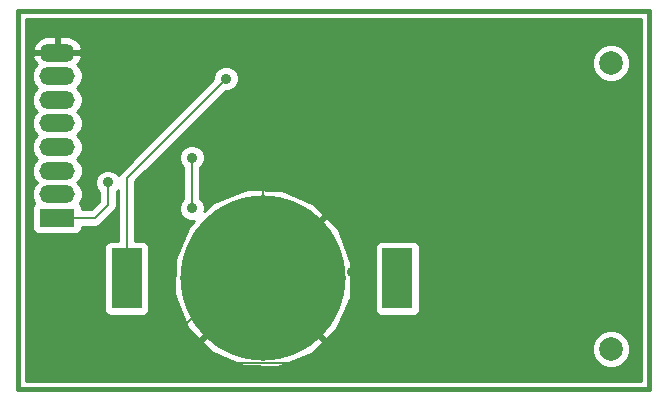
<source format=gbl>
G04 (created by PCBNEW-RS274X (2010-05-05 BZR 2356)-stable) date 3/07/2011 4:58:34 p.m.*
G01*
G70*
G90*
%MOIN*%
G04 Gerber Fmt 3.4, Leading zero omitted, Abs format*
%FSLAX34Y34*%
G04 APERTURE LIST*
%ADD10C,0.006000*%
%ADD11C,0.015000*%
%ADD12R,0.100000X0.200800*%
%ADD13C,0.551200*%
%ADD14O,0.118100X0.059100*%
%ADD15R,0.118100X0.059100*%
%ADD16C,0.078700*%
%ADD17C,0.035000*%
%ADD18C,0.008000*%
%ADD19C,0.010000*%
G04 APERTURE END LIST*
G54D10*
G54D11*
X43307Y-33111D02*
X43307Y-20552D01*
X22283Y-33150D02*
X43307Y-33150D01*
X22283Y-20551D02*
X22283Y-33150D01*
X43307Y-20551D02*
X22283Y-20551D01*
G54D12*
X25905Y-29449D03*
X34921Y-29449D03*
G54D13*
X30433Y-29449D03*
G54D14*
X23583Y-25865D03*
X23583Y-26652D03*
G54D15*
X23583Y-27440D03*
G54D14*
X23583Y-25078D03*
X23583Y-24290D03*
X23583Y-23503D03*
X23583Y-22716D03*
X23583Y-21929D03*
G54D16*
X42048Y-31807D03*
X42048Y-22279D03*
G54D17*
X28071Y-25433D03*
X28071Y-27126D03*
X25276Y-26260D03*
X33780Y-21024D03*
X35433Y-21024D03*
X26575Y-32283D03*
X25000Y-32283D03*
X23543Y-32283D03*
X23543Y-29449D03*
X23543Y-30906D03*
X25984Y-21024D03*
X26693Y-21024D03*
X39449Y-21417D03*
X42008Y-24803D03*
X42008Y-26811D03*
X42008Y-28976D03*
X39685Y-32283D03*
X35276Y-32283D03*
X33661Y-32283D03*
X28346Y-21929D03*
X33346Y-26654D03*
X33425Y-29252D03*
X29212Y-22795D03*
G54D18*
X28071Y-25433D02*
X28071Y-27126D01*
X23583Y-27440D02*
X24843Y-27440D01*
X25276Y-27007D02*
X25276Y-26260D01*
X24843Y-27440D02*
X25276Y-27007D01*
X23543Y-32283D02*
X23543Y-30906D01*
X25000Y-32283D02*
X23543Y-32283D01*
X26575Y-32283D02*
X33661Y-32283D01*
X26693Y-21024D02*
X25984Y-21024D01*
X39449Y-22244D02*
X39449Y-21417D01*
X42008Y-24803D02*
X39449Y-22244D01*
X42008Y-28976D02*
X42008Y-26811D01*
X35276Y-32283D02*
X39685Y-32283D01*
X30433Y-29449D02*
X29409Y-29449D01*
X29409Y-29449D02*
X26575Y-32283D01*
X23583Y-21929D02*
X28346Y-21929D01*
X28346Y-21929D02*
X30000Y-21929D01*
X30433Y-22362D02*
X30433Y-29449D01*
X30000Y-21929D02*
X30433Y-22362D01*
X28898Y-27914D02*
X30433Y-29449D01*
X33425Y-29252D02*
X33425Y-26733D01*
X33425Y-26733D02*
X33346Y-26654D01*
X25905Y-26102D02*
X29212Y-22795D01*
X25905Y-29449D02*
X25905Y-26102D01*
G54D19*
X22558Y-20826D02*
X43032Y-20826D01*
X22558Y-20906D02*
X43032Y-20906D01*
X22558Y-20986D02*
X43032Y-20986D01*
X22558Y-21066D02*
X43032Y-21066D01*
X22558Y-21146D02*
X43032Y-21146D01*
X22558Y-21226D02*
X43032Y-21226D01*
X22558Y-21306D02*
X43032Y-21306D01*
X22558Y-21386D02*
X23186Y-21386D01*
X23533Y-21386D02*
X23633Y-21386D01*
X23981Y-21386D02*
X43032Y-21386D01*
X22558Y-21466D02*
X22987Y-21466D01*
X23533Y-21466D02*
X23633Y-21466D01*
X24180Y-21466D02*
X43032Y-21466D01*
X22558Y-21546D02*
X22904Y-21546D01*
X23533Y-21546D02*
X23633Y-21546D01*
X24263Y-21546D02*
X43032Y-21546D01*
X22558Y-21626D02*
X22829Y-21626D01*
X23533Y-21626D02*
X23633Y-21626D01*
X24338Y-21626D02*
X43032Y-21626D01*
X22558Y-21706D02*
X22797Y-21706D01*
X23533Y-21706D02*
X23633Y-21706D01*
X24370Y-21706D02*
X41753Y-21706D01*
X42344Y-21706D02*
X43032Y-21706D01*
X22558Y-21786D02*
X22764Y-21786D01*
X23533Y-21786D02*
X23633Y-21786D01*
X24403Y-21786D02*
X41633Y-21786D01*
X42464Y-21786D02*
X43032Y-21786D01*
X22558Y-21866D02*
X22800Y-21866D01*
X23533Y-21866D02*
X23633Y-21866D01*
X24365Y-21866D02*
X41553Y-21866D01*
X42544Y-21866D02*
X43032Y-21866D01*
X22558Y-21946D02*
X41491Y-21946D01*
X42606Y-21946D02*
X43032Y-21946D01*
X22558Y-22026D02*
X22782Y-22026D01*
X24385Y-22026D02*
X41458Y-22026D01*
X42639Y-22026D02*
X43032Y-22026D01*
X22558Y-22106D02*
X22777Y-22106D01*
X24388Y-22106D02*
X41424Y-22106D01*
X42672Y-22106D02*
X43032Y-22106D01*
X22558Y-22186D02*
X22810Y-22186D01*
X24355Y-22186D02*
X41405Y-22186D01*
X42691Y-22186D02*
X43032Y-22186D01*
X22558Y-22266D02*
X22855Y-22266D01*
X24309Y-22266D02*
X41405Y-22266D01*
X42691Y-22266D02*
X43032Y-22266D01*
X22558Y-22346D02*
X22885Y-22346D01*
X24281Y-22346D02*
X41405Y-22346D01*
X42691Y-22346D02*
X43032Y-22346D01*
X22558Y-22426D02*
X22814Y-22426D01*
X24354Y-22426D02*
X28992Y-22426D01*
X29432Y-22426D02*
X41413Y-22426D01*
X42683Y-22426D02*
X43032Y-22426D01*
X22558Y-22506D02*
X22781Y-22506D01*
X24387Y-22506D02*
X28900Y-22506D01*
X29524Y-22506D02*
X41446Y-22506D01*
X42649Y-22506D02*
X43032Y-22506D01*
X22558Y-22586D02*
X22747Y-22586D01*
X24420Y-22586D02*
X28839Y-22586D01*
X29586Y-22586D02*
X41479Y-22586D01*
X42616Y-22586D02*
X43032Y-22586D01*
X22558Y-22666D02*
X22737Y-22666D01*
X24429Y-22666D02*
X28806Y-22666D01*
X29619Y-22666D02*
X41526Y-22666D01*
X42569Y-22666D02*
X43032Y-22666D01*
X22558Y-22746D02*
X22737Y-22746D01*
X24429Y-22746D02*
X28787Y-22746D01*
X29637Y-22746D02*
X41606Y-22746D01*
X42489Y-22746D02*
X43032Y-22746D01*
X22558Y-22826D02*
X22738Y-22826D01*
X24427Y-22826D02*
X28771Y-22826D01*
X29637Y-22826D02*
X41690Y-22826D01*
X42406Y-22826D02*
X43032Y-22826D01*
X22558Y-22906D02*
X22771Y-22906D01*
X24394Y-22906D02*
X28691Y-22906D01*
X29626Y-22906D02*
X41880Y-22906D01*
X42213Y-22906D02*
X43032Y-22906D01*
X22558Y-22986D02*
X22804Y-22986D01*
X24360Y-22986D02*
X28611Y-22986D01*
X29592Y-22986D02*
X43032Y-22986D01*
X22558Y-23066D02*
X22865Y-23066D01*
X24299Y-23066D02*
X28531Y-23066D01*
X29542Y-23066D02*
X43032Y-23066D01*
X22558Y-23146D02*
X22873Y-23146D01*
X24294Y-23146D02*
X28451Y-23146D01*
X29462Y-23146D02*
X43032Y-23146D01*
X22558Y-23226D02*
X22809Y-23226D01*
X24359Y-23226D02*
X28371Y-23226D01*
X29191Y-23226D02*
X43032Y-23226D01*
X22558Y-23306D02*
X22775Y-23306D01*
X24392Y-23306D02*
X28291Y-23306D01*
X29111Y-23306D02*
X43032Y-23306D01*
X22558Y-23386D02*
X22742Y-23386D01*
X24425Y-23386D02*
X28211Y-23386D01*
X29031Y-23386D02*
X43032Y-23386D01*
X22558Y-23466D02*
X22737Y-23466D01*
X24429Y-23466D02*
X28131Y-23466D01*
X28951Y-23466D02*
X43032Y-23466D01*
X22558Y-23546D02*
X22737Y-23546D01*
X24429Y-23546D02*
X28051Y-23546D01*
X28871Y-23546D02*
X43032Y-23546D01*
X22558Y-23626D02*
X22743Y-23626D01*
X24422Y-23626D02*
X27971Y-23626D01*
X28791Y-23626D02*
X43032Y-23626D01*
X22558Y-23706D02*
X22776Y-23706D01*
X24388Y-23706D02*
X27891Y-23706D01*
X28711Y-23706D02*
X43032Y-23706D01*
X22558Y-23786D02*
X22809Y-23786D01*
X24355Y-23786D02*
X27811Y-23786D01*
X28631Y-23786D02*
X43032Y-23786D01*
X22558Y-23866D02*
X22878Y-23866D01*
X24286Y-23866D02*
X27731Y-23866D01*
X28551Y-23866D02*
X43032Y-23866D01*
X22558Y-23946D02*
X22860Y-23946D01*
X24307Y-23946D02*
X27651Y-23946D01*
X28471Y-23946D02*
X43032Y-23946D01*
X22558Y-24026D02*
X22803Y-24026D01*
X24365Y-24026D02*
X27571Y-24026D01*
X28391Y-24026D02*
X43032Y-24026D01*
X22558Y-24106D02*
X22770Y-24106D01*
X24397Y-24106D02*
X27491Y-24106D01*
X28311Y-24106D02*
X43032Y-24106D01*
X22558Y-24186D02*
X22737Y-24186D01*
X24429Y-24186D02*
X27411Y-24186D01*
X28231Y-24186D02*
X43032Y-24186D01*
X22558Y-24266D02*
X22737Y-24266D01*
X24429Y-24266D02*
X27331Y-24266D01*
X28151Y-24266D02*
X43032Y-24266D01*
X22558Y-24346D02*
X22737Y-24346D01*
X24429Y-24346D02*
X27251Y-24346D01*
X28071Y-24346D02*
X43032Y-24346D01*
X22558Y-24426D02*
X22749Y-24426D01*
X24416Y-24426D02*
X27171Y-24426D01*
X27991Y-24426D02*
X43032Y-24426D01*
X22558Y-24506D02*
X22782Y-24506D01*
X24383Y-24506D02*
X27091Y-24506D01*
X27911Y-24506D02*
X43032Y-24506D01*
X22558Y-24586D02*
X22815Y-24586D01*
X24349Y-24586D02*
X27011Y-24586D01*
X27831Y-24586D02*
X43032Y-24586D01*
X22558Y-24666D02*
X22891Y-24666D01*
X24274Y-24666D02*
X26931Y-24666D01*
X27751Y-24666D02*
X43032Y-24666D01*
X22558Y-24746D02*
X22848Y-24746D01*
X24319Y-24746D02*
X26851Y-24746D01*
X27671Y-24746D02*
X43032Y-24746D01*
X22558Y-24826D02*
X22798Y-24826D01*
X24369Y-24826D02*
X26771Y-24826D01*
X27591Y-24826D02*
X43032Y-24826D01*
X22558Y-24906D02*
X22765Y-24906D01*
X24402Y-24906D02*
X26691Y-24906D01*
X27511Y-24906D02*
X43032Y-24906D01*
X22558Y-24986D02*
X22737Y-24986D01*
X24429Y-24986D02*
X26611Y-24986D01*
X27431Y-24986D02*
X43032Y-24986D01*
X22558Y-25066D02*
X22737Y-25066D01*
X24429Y-25066D02*
X26531Y-25066D01*
X27351Y-25066D02*
X27846Y-25066D01*
X28296Y-25066D02*
X43032Y-25066D01*
X22558Y-25146D02*
X22737Y-25146D01*
X24429Y-25146D02*
X26451Y-25146D01*
X27271Y-25146D02*
X27757Y-25146D01*
X28385Y-25146D02*
X43032Y-25146D01*
X22558Y-25226D02*
X22754Y-25226D01*
X24411Y-25226D02*
X26371Y-25226D01*
X27191Y-25226D02*
X27697Y-25226D01*
X28446Y-25226D02*
X43032Y-25226D01*
X22558Y-25306D02*
X22787Y-25306D01*
X24378Y-25306D02*
X26291Y-25306D01*
X27111Y-25306D02*
X27664Y-25306D01*
X28479Y-25306D02*
X43032Y-25306D01*
X22558Y-25386D02*
X22823Y-25386D01*
X24341Y-25386D02*
X26211Y-25386D01*
X27031Y-25386D02*
X27646Y-25386D01*
X28496Y-25386D02*
X43032Y-25386D01*
X22558Y-25466D02*
X22903Y-25466D01*
X24261Y-25466D02*
X26131Y-25466D01*
X26951Y-25466D02*
X27646Y-25466D01*
X28496Y-25466D02*
X43032Y-25466D01*
X22558Y-25546D02*
X22835Y-25546D01*
X24332Y-25546D02*
X26051Y-25546D01*
X26871Y-25546D02*
X27657Y-25546D01*
X28484Y-25546D02*
X43032Y-25546D01*
X22558Y-25626D02*
X22793Y-25626D01*
X24375Y-25626D02*
X25971Y-25626D01*
X26791Y-25626D02*
X27690Y-25626D01*
X28451Y-25626D02*
X43032Y-25626D01*
X22558Y-25706D02*
X22759Y-25706D01*
X24408Y-25706D02*
X25891Y-25706D01*
X26711Y-25706D02*
X27743Y-25706D01*
X28399Y-25706D02*
X43032Y-25706D01*
X22558Y-25786D02*
X22737Y-25786D01*
X24429Y-25786D02*
X25811Y-25786D01*
X26631Y-25786D02*
X27781Y-25786D01*
X28361Y-25786D02*
X43032Y-25786D01*
X22558Y-25866D02*
X22737Y-25866D01*
X24429Y-25866D02*
X25117Y-25866D01*
X25436Y-25866D02*
X25731Y-25866D01*
X26551Y-25866D02*
X27781Y-25866D01*
X28361Y-25866D02*
X43032Y-25866D01*
X22558Y-25946D02*
X22737Y-25946D01*
X24429Y-25946D02*
X24989Y-25946D01*
X25563Y-25946D02*
X25668Y-25946D01*
X26471Y-25946D02*
X27781Y-25946D01*
X28361Y-25946D02*
X43032Y-25946D01*
X22558Y-26026D02*
X22759Y-26026D01*
X24406Y-26026D02*
X24914Y-26026D01*
X26391Y-26026D02*
X27781Y-26026D01*
X28361Y-26026D02*
X43032Y-26026D01*
X22558Y-26106D02*
X22792Y-26106D01*
X24372Y-26106D02*
X24880Y-26106D01*
X26311Y-26106D02*
X27781Y-26106D01*
X28361Y-26106D02*
X43032Y-26106D01*
X22558Y-26186D02*
X22836Y-26186D01*
X24328Y-26186D02*
X24851Y-26186D01*
X26231Y-26186D02*
X27781Y-26186D01*
X28361Y-26186D02*
X43032Y-26186D01*
X22558Y-26266D02*
X22902Y-26266D01*
X24265Y-26266D02*
X24851Y-26266D01*
X26195Y-26266D02*
X27781Y-26266D01*
X28361Y-26266D02*
X43032Y-26266D01*
X22558Y-26346D02*
X22822Y-26346D01*
X24345Y-26346D02*
X24851Y-26346D01*
X26195Y-26346D02*
X27781Y-26346D01*
X28361Y-26346D02*
X43032Y-26346D01*
X22558Y-26426D02*
X22787Y-26426D01*
X24380Y-26426D02*
X24884Y-26426D01*
X26195Y-26426D02*
X27781Y-26426D01*
X28361Y-26426D02*
X43032Y-26426D01*
X22558Y-26506D02*
X22754Y-26506D01*
X24413Y-26506D02*
X24921Y-26506D01*
X26195Y-26506D02*
X27781Y-26506D01*
X28361Y-26506D02*
X29871Y-26506D01*
X30652Y-26506D02*
X43032Y-26506D01*
X22558Y-26586D02*
X22737Y-26586D01*
X24429Y-26586D02*
X24986Y-26586D01*
X25566Y-26586D02*
X25615Y-26586D01*
X26195Y-26586D02*
X27781Y-26586D01*
X28361Y-26586D02*
X29664Y-26586D01*
X31245Y-26586D02*
X43032Y-26586D01*
X22558Y-26666D02*
X22737Y-26666D01*
X24429Y-26666D02*
X24986Y-26666D01*
X25566Y-26666D02*
X25615Y-26666D01*
X26195Y-26666D02*
X27781Y-26666D01*
X28361Y-26666D02*
X29458Y-26666D01*
X31427Y-26666D02*
X43032Y-26666D01*
X22558Y-26746D02*
X22737Y-26746D01*
X24429Y-26746D02*
X24986Y-26746D01*
X25566Y-26746D02*
X25615Y-26746D01*
X26195Y-26746D02*
X27781Y-26746D01*
X28361Y-26746D02*
X29252Y-26746D01*
X31608Y-26746D02*
X43032Y-26746D01*
X22558Y-26826D02*
X22764Y-26826D01*
X24400Y-26826D02*
X24986Y-26826D01*
X25566Y-26826D02*
X25615Y-26826D01*
X26195Y-26826D02*
X27770Y-26826D01*
X28372Y-26826D02*
X29046Y-26826D01*
X31790Y-26826D02*
X43032Y-26826D01*
X22558Y-26906D02*
X22797Y-26906D01*
X24367Y-26906D02*
X24967Y-26906D01*
X25566Y-26906D02*
X25615Y-26906D01*
X26195Y-26906D02*
X27703Y-26906D01*
X28441Y-26906D02*
X28840Y-26906D01*
X31971Y-26906D02*
X43032Y-26906D01*
X22558Y-26986D02*
X22800Y-26986D01*
X24366Y-26986D02*
X24887Y-26986D01*
X25566Y-26986D02*
X25615Y-26986D01*
X26195Y-26986D02*
X27669Y-26986D01*
X28474Y-26986D02*
X28712Y-26986D01*
X32153Y-26986D02*
X43032Y-26986D01*
X22558Y-27066D02*
X22757Y-27066D01*
X24410Y-27066D02*
X24807Y-27066D01*
X25554Y-27066D02*
X25615Y-27066D01*
X26195Y-27066D02*
X27646Y-27066D01*
X28496Y-27066D02*
X28636Y-27066D01*
X32231Y-27066D02*
X43032Y-27066D01*
X22558Y-27146D02*
X22744Y-27146D01*
X24422Y-27146D02*
X24727Y-27146D01*
X25525Y-27146D02*
X25615Y-27146D01*
X26195Y-27146D02*
X27646Y-27146D01*
X28496Y-27146D02*
X28561Y-27146D01*
X32306Y-27146D02*
X43032Y-27146D01*
X22558Y-27226D02*
X22744Y-27226D01*
X25467Y-27226D02*
X25615Y-27226D01*
X26195Y-27226D02*
X27652Y-27226D01*
X32380Y-27226D02*
X43032Y-27226D01*
X22558Y-27306D02*
X22744Y-27306D01*
X25387Y-27306D02*
X25615Y-27306D01*
X26195Y-27306D02*
X27685Y-27306D01*
X32454Y-27306D02*
X43032Y-27306D01*
X22558Y-27386D02*
X22744Y-27386D01*
X25307Y-27386D02*
X25615Y-27386D01*
X26195Y-27386D02*
X27730Y-27386D01*
X32425Y-27386D02*
X43032Y-27386D01*
X22558Y-27466D02*
X22744Y-27466D01*
X25227Y-27466D02*
X25615Y-27466D01*
X26195Y-27466D02*
X27810Y-27466D01*
X32345Y-27466D02*
X32487Y-27466D01*
X32617Y-27466D02*
X43032Y-27466D01*
X22558Y-27546D02*
X22744Y-27546D01*
X25147Y-27546D02*
X25615Y-27546D01*
X26195Y-27546D02*
X27974Y-27546D01*
X32265Y-27546D02*
X32407Y-27546D01*
X32703Y-27546D02*
X43032Y-27546D01*
X22558Y-27626D02*
X22744Y-27626D01*
X25067Y-27626D02*
X25615Y-27626D01*
X26195Y-27626D02*
X28077Y-27626D01*
X32185Y-27626D02*
X32327Y-27626D01*
X32789Y-27626D02*
X43032Y-27626D01*
X22558Y-27706D02*
X22744Y-27706D01*
X24956Y-27706D02*
X25615Y-27706D01*
X26195Y-27706D02*
X27991Y-27706D01*
X32105Y-27706D02*
X32247Y-27706D01*
X32875Y-27706D02*
X43032Y-27706D01*
X22558Y-27786D02*
X22744Y-27786D01*
X24421Y-27786D02*
X25615Y-27786D01*
X26195Y-27786D02*
X27946Y-27786D01*
X32025Y-27786D02*
X32167Y-27786D01*
X32935Y-27786D02*
X43032Y-27786D01*
X22558Y-27866D02*
X22777Y-27866D01*
X24388Y-27866D02*
X25615Y-27866D01*
X26195Y-27866D02*
X27910Y-27866D01*
X31945Y-27866D02*
X32087Y-27866D01*
X32981Y-27866D02*
X43032Y-27866D01*
X22558Y-27946D02*
X22852Y-27946D01*
X24314Y-27946D02*
X25615Y-27946D01*
X26195Y-27946D02*
X27875Y-27946D01*
X31865Y-27946D02*
X32007Y-27946D01*
X33012Y-27946D02*
X43032Y-27946D01*
X22558Y-28026D02*
X25615Y-28026D01*
X26195Y-28026D02*
X27840Y-28026D01*
X31785Y-28026D02*
X31927Y-28026D01*
X33043Y-28026D02*
X43032Y-28026D01*
X22558Y-28106D02*
X25615Y-28106D01*
X26195Y-28106D02*
X27805Y-28106D01*
X31705Y-28106D02*
X31847Y-28106D01*
X33074Y-28106D02*
X43032Y-28106D01*
X22558Y-28186D02*
X25615Y-28186D01*
X26195Y-28186D02*
X27769Y-28186D01*
X31625Y-28186D02*
X31767Y-28186D01*
X33105Y-28186D02*
X43032Y-28186D01*
X22558Y-28266D02*
X25232Y-28266D01*
X26578Y-28266D02*
X27734Y-28266D01*
X31545Y-28266D02*
X31687Y-28266D01*
X33136Y-28266D02*
X34248Y-28266D01*
X35594Y-28266D02*
X43032Y-28266D01*
X22558Y-28346D02*
X25177Y-28346D01*
X26634Y-28346D02*
X27699Y-28346D01*
X31465Y-28346D02*
X31607Y-28346D01*
X33167Y-28346D02*
X34193Y-28346D01*
X35650Y-28346D02*
X43032Y-28346D01*
X22558Y-28426D02*
X25156Y-28426D01*
X26654Y-28426D02*
X27664Y-28426D01*
X31385Y-28426D02*
X31527Y-28426D01*
X33198Y-28426D02*
X34172Y-28426D01*
X35670Y-28426D02*
X43032Y-28426D01*
X22558Y-28506D02*
X25156Y-28506D01*
X26654Y-28506D02*
X27628Y-28506D01*
X31305Y-28506D02*
X31447Y-28506D01*
X33229Y-28506D02*
X34172Y-28506D01*
X35670Y-28506D02*
X43032Y-28506D01*
X22558Y-28586D02*
X25156Y-28586D01*
X26654Y-28586D02*
X27593Y-28586D01*
X31225Y-28586D02*
X31367Y-28586D01*
X33260Y-28586D02*
X34172Y-28586D01*
X35670Y-28586D02*
X43032Y-28586D01*
X22558Y-28666D02*
X25156Y-28666D01*
X26654Y-28666D02*
X27558Y-28666D01*
X31145Y-28666D02*
X31287Y-28666D01*
X33291Y-28666D02*
X34172Y-28666D01*
X35670Y-28666D02*
X43032Y-28666D01*
X22558Y-28746D02*
X25156Y-28746D01*
X26654Y-28746D02*
X27523Y-28746D01*
X31065Y-28746D02*
X31207Y-28746D01*
X33322Y-28746D02*
X34172Y-28746D01*
X35670Y-28746D02*
X43032Y-28746D01*
X22558Y-28826D02*
X25156Y-28826D01*
X26654Y-28826D02*
X27500Y-28826D01*
X30985Y-28826D02*
X31127Y-28826D01*
X33353Y-28826D02*
X34172Y-28826D01*
X35670Y-28826D02*
X43032Y-28826D01*
X22558Y-28906D02*
X25156Y-28906D01*
X26654Y-28906D02*
X27498Y-28906D01*
X30905Y-28906D02*
X31047Y-28906D01*
X33384Y-28906D02*
X34172Y-28906D01*
X35670Y-28906D02*
X43032Y-28906D01*
X22558Y-28986D02*
X25156Y-28986D01*
X26654Y-28986D02*
X27496Y-28986D01*
X30825Y-28986D02*
X30967Y-28986D01*
X33391Y-28986D02*
X34172Y-28986D01*
X35670Y-28986D02*
X43032Y-28986D01*
X22558Y-29066D02*
X25156Y-29066D01*
X26654Y-29066D02*
X27494Y-29066D01*
X30745Y-29066D02*
X30887Y-29066D01*
X33389Y-29066D02*
X34172Y-29066D01*
X35670Y-29066D02*
X43032Y-29066D01*
X22558Y-29146D02*
X25156Y-29146D01*
X26654Y-29146D02*
X27492Y-29146D01*
X30665Y-29146D02*
X30807Y-29146D01*
X33388Y-29146D02*
X34172Y-29146D01*
X35670Y-29146D02*
X43032Y-29146D01*
X22558Y-29226D02*
X25156Y-29226D01*
X26654Y-29226D02*
X27491Y-29226D01*
X30585Y-29226D02*
X30727Y-29226D01*
X33386Y-29226D02*
X34172Y-29226D01*
X35670Y-29226D02*
X43032Y-29226D01*
X22558Y-29306D02*
X25156Y-29306D01*
X26654Y-29306D02*
X27489Y-29306D01*
X30505Y-29306D02*
X30647Y-29306D01*
X33384Y-29306D02*
X34172Y-29306D01*
X35670Y-29306D02*
X43032Y-29306D01*
X22558Y-29386D02*
X25156Y-29386D01*
X26654Y-29386D02*
X27487Y-29386D01*
X30425Y-29386D02*
X30567Y-29386D01*
X33382Y-29386D02*
X34172Y-29386D01*
X35670Y-29386D02*
X43032Y-29386D01*
X22558Y-29466D02*
X25156Y-29466D01*
X26654Y-29466D02*
X27485Y-29466D01*
X30345Y-29466D02*
X30520Y-29466D01*
X33380Y-29466D02*
X34172Y-29466D01*
X35670Y-29466D02*
X43032Y-29466D01*
X22558Y-29546D02*
X25156Y-29546D01*
X26654Y-29546D02*
X27483Y-29546D01*
X30265Y-29546D02*
X30407Y-29546D01*
X30460Y-29546D02*
X30600Y-29546D01*
X33378Y-29546D02*
X34172Y-29546D01*
X35670Y-29546D02*
X43032Y-29546D01*
X22558Y-29626D02*
X25156Y-29626D01*
X26654Y-29626D02*
X27481Y-29626D01*
X30185Y-29626D02*
X30327Y-29626D01*
X30540Y-29626D02*
X30680Y-29626D01*
X33376Y-29626D02*
X34172Y-29626D01*
X35670Y-29626D02*
X43032Y-29626D01*
X22558Y-29706D02*
X25156Y-29706D01*
X26654Y-29706D02*
X27480Y-29706D01*
X30105Y-29706D02*
X30247Y-29706D01*
X30620Y-29706D02*
X30760Y-29706D01*
X33375Y-29706D02*
X34172Y-29706D01*
X35670Y-29706D02*
X43032Y-29706D01*
X22558Y-29786D02*
X25156Y-29786D01*
X26654Y-29786D02*
X27478Y-29786D01*
X30025Y-29786D02*
X30167Y-29786D01*
X30700Y-29786D02*
X30840Y-29786D01*
X33373Y-29786D02*
X34172Y-29786D01*
X35670Y-29786D02*
X43032Y-29786D01*
X22558Y-29866D02*
X25156Y-29866D01*
X26654Y-29866D02*
X27476Y-29866D01*
X29945Y-29866D02*
X30087Y-29866D01*
X30780Y-29866D02*
X30920Y-29866D01*
X33371Y-29866D02*
X34172Y-29866D01*
X35670Y-29866D02*
X43032Y-29866D01*
X22558Y-29946D02*
X25156Y-29946D01*
X26654Y-29946D02*
X27474Y-29946D01*
X29865Y-29946D02*
X30007Y-29946D01*
X30860Y-29946D02*
X31000Y-29946D01*
X33369Y-29946D02*
X34172Y-29946D01*
X35670Y-29946D02*
X43032Y-29946D01*
X22558Y-30026D02*
X25156Y-30026D01*
X26654Y-30026D02*
X27495Y-30026D01*
X29785Y-30026D02*
X29927Y-30026D01*
X30940Y-30026D02*
X31080Y-30026D01*
X33367Y-30026D02*
X34172Y-30026D01*
X35670Y-30026D02*
X43032Y-30026D01*
X22558Y-30106D02*
X25156Y-30106D01*
X26654Y-30106D02*
X27526Y-30106D01*
X29705Y-30106D02*
X29847Y-30106D01*
X31020Y-30106D02*
X31160Y-30106D01*
X33364Y-30106D02*
X34172Y-30106D01*
X35670Y-30106D02*
X43032Y-30106D01*
X22558Y-30186D02*
X25156Y-30186D01*
X26654Y-30186D02*
X27557Y-30186D01*
X29625Y-30186D02*
X29767Y-30186D01*
X31100Y-30186D02*
X31240Y-30186D01*
X33328Y-30186D02*
X34172Y-30186D01*
X35670Y-30186D02*
X43032Y-30186D01*
X22558Y-30266D02*
X25156Y-30266D01*
X26654Y-30266D02*
X27588Y-30266D01*
X29545Y-30266D02*
X29687Y-30266D01*
X31180Y-30266D02*
X31320Y-30266D01*
X33293Y-30266D02*
X34172Y-30266D01*
X35670Y-30266D02*
X43032Y-30266D01*
X22558Y-30346D02*
X25156Y-30346D01*
X26654Y-30346D02*
X27619Y-30346D01*
X29465Y-30346D02*
X29607Y-30346D01*
X31260Y-30346D02*
X31400Y-30346D01*
X33258Y-30346D02*
X34172Y-30346D01*
X35670Y-30346D02*
X43032Y-30346D01*
X22558Y-30426D02*
X25156Y-30426D01*
X26654Y-30426D02*
X27650Y-30426D01*
X29385Y-30426D02*
X29527Y-30426D01*
X31340Y-30426D02*
X31480Y-30426D01*
X33223Y-30426D02*
X34172Y-30426D01*
X35670Y-30426D02*
X43032Y-30426D01*
X22558Y-30506D02*
X25157Y-30506D01*
X26652Y-30506D02*
X27681Y-30506D01*
X29305Y-30506D02*
X29447Y-30506D01*
X31420Y-30506D02*
X31560Y-30506D01*
X33187Y-30506D02*
X34173Y-30506D01*
X35668Y-30506D02*
X43032Y-30506D01*
X22558Y-30586D02*
X25190Y-30586D01*
X26619Y-30586D02*
X27712Y-30586D01*
X29225Y-30586D02*
X29367Y-30586D01*
X31500Y-30586D02*
X31640Y-30586D01*
X33152Y-30586D02*
X34206Y-30586D01*
X35635Y-30586D02*
X43032Y-30586D01*
X22558Y-30666D02*
X25268Y-30666D01*
X26541Y-30666D02*
X27743Y-30666D01*
X29145Y-30666D02*
X29287Y-30666D01*
X31580Y-30666D02*
X31720Y-30666D01*
X33117Y-30666D02*
X34284Y-30666D01*
X35557Y-30666D02*
X43032Y-30666D01*
X22558Y-30746D02*
X27774Y-30746D01*
X29065Y-30746D02*
X29207Y-30746D01*
X31660Y-30746D02*
X31800Y-30746D01*
X33082Y-30746D02*
X43032Y-30746D01*
X22558Y-30826D02*
X27805Y-30826D01*
X28985Y-30826D02*
X29127Y-30826D01*
X31740Y-30826D02*
X31880Y-30826D01*
X33046Y-30826D02*
X43032Y-30826D01*
X22558Y-30906D02*
X27836Y-30906D01*
X28905Y-30906D02*
X29047Y-30906D01*
X31820Y-30906D02*
X31960Y-30906D01*
X33011Y-30906D02*
X43032Y-30906D01*
X22558Y-30986D02*
X27867Y-30986D01*
X28825Y-30986D02*
X28967Y-30986D01*
X31900Y-30986D02*
X32040Y-30986D01*
X32976Y-30986D02*
X43032Y-30986D01*
X22558Y-31066D02*
X27900Y-31066D01*
X28745Y-31066D02*
X28887Y-31066D01*
X31980Y-31066D02*
X32120Y-31066D01*
X32941Y-31066D02*
X43032Y-31066D01*
X22558Y-31146D02*
X27953Y-31146D01*
X28665Y-31146D02*
X28807Y-31146D01*
X32060Y-31146D02*
X32200Y-31146D01*
X32905Y-31146D02*
X43032Y-31146D01*
X22558Y-31226D02*
X28027Y-31226D01*
X28585Y-31226D02*
X28727Y-31226D01*
X32140Y-31226D02*
X32280Y-31226D01*
X32838Y-31226D02*
X41771Y-31226D01*
X42325Y-31226D02*
X43032Y-31226D01*
X22558Y-31306D02*
X28113Y-31306D01*
X28505Y-31306D02*
X28647Y-31306D01*
X32220Y-31306D02*
X32360Y-31306D01*
X32752Y-31306D02*
X41641Y-31306D01*
X42456Y-31306D02*
X43032Y-31306D01*
X22558Y-31386D02*
X28199Y-31386D01*
X28425Y-31386D02*
X28567Y-31386D01*
X32300Y-31386D02*
X32440Y-31386D01*
X32666Y-31386D02*
X41561Y-31386D01*
X42536Y-31386D02*
X43032Y-31386D01*
X22558Y-31466D02*
X28285Y-31466D01*
X28345Y-31466D02*
X28487Y-31466D01*
X32380Y-31466D02*
X32520Y-31466D01*
X32580Y-31466D02*
X41494Y-31466D01*
X42603Y-31466D02*
X43032Y-31466D01*
X22558Y-31546D02*
X28407Y-31546D01*
X32460Y-31546D02*
X41461Y-31546D01*
X42636Y-31546D02*
X43032Y-31546D01*
X22558Y-31626D02*
X28443Y-31626D01*
X32422Y-31626D02*
X41427Y-31626D01*
X42669Y-31626D02*
X43032Y-31626D01*
X22558Y-31706D02*
X28518Y-31706D01*
X32347Y-31706D02*
X41405Y-31706D01*
X42691Y-31706D02*
X43032Y-31706D01*
X22558Y-31786D02*
X28592Y-31786D01*
X32273Y-31786D02*
X41405Y-31786D01*
X42691Y-31786D02*
X43032Y-31786D01*
X22558Y-31866D02*
X28667Y-31866D01*
X32199Y-31866D02*
X41405Y-31866D01*
X42691Y-31866D02*
X43032Y-31866D01*
X22558Y-31946D02*
X28790Y-31946D01*
X32103Y-31946D02*
X41409Y-31946D01*
X42686Y-31946D02*
X43032Y-31946D01*
X22558Y-32026D02*
X28972Y-32026D01*
X31939Y-32026D02*
X41443Y-32026D01*
X42653Y-32026D02*
X43032Y-32026D01*
X22558Y-32106D02*
X29153Y-32106D01*
X31733Y-32106D02*
X41476Y-32106D01*
X42619Y-32106D02*
X43032Y-32106D01*
X22558Y-32186D02*
X29335Y-32186D01*
X31526Y-32186D02*
X41518Y-32186D01*
X42577Y-32186D02*
X43032Y-32186D01*
X22558Y-32266D02*
X29516Y-32266D01*
X31320Y-32266D02*
X41598Y-32266D01*
X42497Y-32266D02*
X43032Y-32266D01*
X22558Y-32346D02*
X29698Y-32346D01*
X31114Y-32346D02*
X41678Y-32346D01*
X42417Y-32346D02*
X43032Y-32346D01*
X22558Y-32426D02*
X41861Y-32426D01*
X42232Y-32426D02*
X43032Y-32426D01*
X22558Y-32506D02*
X43032Y-32506D01*
X22558Y-32586D02*
X43032Y-32586D01*
X22558Y-32666D02*
X43032Y-32666D01*
X22558Y-32746D02*
X43032Y-32746D01*
X22558Y-32826D02*
X43032Y-32826D01*
X43032Y-32875D02*
X43032Y-20826D01*
X22558Y-20826D01*
X22558Y-32875D01*
X25355Y-32875D01*
X25355Y-30702D01*
X25264Y-30664D01*
X25194Y-30594D01*
X25156Y-30502D01*
X25156Y-28395D01*
X25194Y-28304D01*
X25264Y-28234D01*
X25356Y-28196D01*
X25615Y-28196D01*
X25615Y-26522D01*
X25566Y-26571D01*
X25566Y-27007D01*
X25544Y-27118D01*
X25481Y-27212D01*
X25048Y-27645D01*
X24954Y-27708D01*
X24843Y-27730D01*
X24422Y-27730D01*
X24422Y-27785D01*
X24384Y-27876D01*
X24314Y-27946D01*
X24222Y-27984D01*
X22943Y-27984D01*
X22852Y-27946D01*
X22782Y-27876D01*
X22744Y-27784D01*
X22744Y-27095D01*
X22782Y-27004D01*
X22824Y-26961D01*
X22818Y-26955D01*
X22737Y-26758D01*
X22737Y-26545D01*
X22819Y-26349D01*
X22909Y-26258D01*
X22818Y-26168D01*
X22737Y-25971D01*
X22737Y-25758D01*
X22819Y-25562D01*
X22909Y-25471D01*
X22818Y-25381D01*
X22737Y-25184D01*
X22737Y-24971D01*
X22819Y-24775D01*
X22909Y-24683D01*
X22818Y-24593D01*
X22737Y-24396D01*
X22737Y-24183D01*
X22819Y-23987D01*
X22909Y-23896D01*
X22818Y-23806D01*
X22737Y-23609D01*
X22737Y-23396D01*
X22819Y-23200D01*
X22909Y-23109D01*
X22818Y-23019D01*
X22737Y-22822D01*
X22737Y-22609D01*
X22819Y-22413D01*
X22911Y-22319D01*
X22834Y-22245D01*
X22760Y-22063D01*
X22808Y-21979D01*
X22808Y-21879D01*
X22760Y-21795D01*
X22834Y-21613D01*
X22990Y-21463D01*
X23191Y-21384D01*
X23533Y-21384D01*
X23533Y-21879D01*
X22808Y-21879D01*
X22808Y-21979D01*
X23533Y-21979D01*
X23633Y-21979D01*
X23633Y-21879D01*
X23633Y-21384D01*
X23975Y-21384D01*
X24176Y-21463D01*
X24332Y-21613D01*
X24406Y-21795D01*
X24358Y-21879D01*
X23633Y-21879D01*
X23633Y-21979D01*
X24358Y-21979D01*
X24406Y-22063D01*
X24332Y-22245D01*
X24254Y-22319D01*
X24348Y-22413D01*
X24429Y-22610D01*
X24429Y-22823D01*
X24347Y-23019D01*
X24256Y-23109D01*
X24348Y-23200D01*
X24429Y-23397D01*
X24429Y-23610D01*
X24347Y-23806D01*
X24256Y-23896D01*
X24348Y-23987D01*
X24429Y-24184D01*
X24429Y-24397D01*
X24347Y-24593D01*
X24256Y-24684D01*
X24348Y-24775D01*
X24429Y-24972D01*
X24429Y-25185D01*
X24347Y-25381D01*
X24256Y-25471D01*
X24348Y-25562D01*
X24429Y-25759D01*
X24429Y-25972D01*
X24347Y-26168D01*
X24256Y-26258D01*
X24348Y-26349D01*
X24429Y-26546D01*
X24429Y-26759D01*
X24347Y-26955D01*
X24341Y-26961D01*
X24384Y-27004D01*
X24422Y-27096D01*
X24422Y-27150D01*
X24722Y-27150D01*
X24986Y-26887D01*
X24986Y-26571D01*
X24915Y-26500D01*
X24851Y-26344D01*
X24851Y-26175D01*
X24916Y-26019D01*
X25036Y-25899D01*
X25192Y-25835D01*
X25361Y-25835D01*
X25517Y-25900D01*
X25632Y-26015D01*
X25637Y-25991D01*
X25700Y-25897D01*
X28787Y-22810D01*
X28787Y-22710D01*
X28852Y-22554D01*
X28972Y-22434D01*
X29128Y-22370D01*
X29297Y-22370D01*
X29453Y-22435D01*
X29573Y-22555D01*
X29637Y-22711D01*
X29637Y-22880D01*
X29572Y-23036D01*
X29452Y-23156D01*
X29296Y-23220D01*
X29197Y-23220D01*
X26195Y-26222D01*
X26195Y-28196D01*
X26455Y-28196D01*
X26546Y-28234D01*
X26616Y-28304D01*
X26654Y-28396D01*
X26654Y-30503D01*
X26616Y-30594D01*
X26546Y-30664D01*
X26454Y-30702D01*
X25355Y-30702D01*
X25355Y-32875D01*
X28317Y-32875D01*
X28317Y-31495D01*
X27986Y-31187D01*
X27973Y-31175D01*
X27897Y-31061D01*
X27473Y-29968D01*
X27500Y-28796D01*
X27973Y-27723D01*
X27986Y-27710D01*
X28160Y-27548D01*
X28155Y-27551D01*
X27986Y-27551D01*
X27830Y-27486D01*
X27710Y-27366D01*
X27646Y-27210D01*
X27646Y-27041D01*
X27711Y-26885D01*
X27781Y-26815D01*
X27781Y-25744D01*
X27710Y-25673D01*
X27646Y-25517D01*
X27646Y-25348D01*
X27711Y-25192D01*
X27831Y-25072D01*
X27987Y-25008D01*
X28156Y-25008D01*
X28312Y-25073D01*
X28432Y-25193D01*
X28496Y-25349D01*
X28496Y-25518D01*
X28431Y-25674D01*
X28361Y-25744D01*
X28361Y-26815D01*
X28432Y-26886D01*
X28496Y-27042D01*
X28496Y-27211D01*
X28492Y-27219D01*
X28707Y-26989D01*
X28821Y-26913D01*
X29914Y-26489D01*
X31086Y-26516D01*
X32159Y-26989D01*
X32479Y-27333D01*
X30433Y-29378D01*
X30362Y-29449D01*
X28317Y-31495D01*
X28317Y-32875D01*
X30952Y-32875D01*
X30952Y-32409D01*
X29780Y-32382D01*
X28707Y-31909D01*
X28387Y-31565D01*
X30433Y-29520D01*
X32479Y-31565D01*
X32159Y-31909D01*
X32045Y-31985D01*
X30952Y-32409D01*
X30952Y-32875D01*
X32549Y-32875D01*
X32549Y-31495D01*
X30504Y-29449D01*
X32549Y-27403D01*
X32893Y-27723D01*
X32969Y-27837D01*
X33393Y-28930D01*
X33366Y-30102D01*
X32893Y-31175D01*
X32549Y-31495D01*
X32549Y-32875D01*
X34371Y-32875D01*
X34371Y-30702D01*
X34280Y-30664D01*
X34210Y-30594D01*
X34172Y-30502D01*
X34172Y-28395D01*
X34210Y-28304D01*
X34280Y-28234D01*
X34372Y-28196D01*
X35471Y-28196D01*
X35562Y-28234D01*
X35632Y-28304D01*
X35670Y-28396D01*
X35670Y-30503D01*
X35632Y-30594D01*
X35562Y-30664D01*
X35470Y-30702D01*
X34371Y-30702D01*
X34371Y-32875D01*
X41919Y-32875D01*
X41919Y-32450D01*
X41683Y-32351D01*
X41503Y-32170D01*
X41405Y-31934D01*
X41405Y-31678D01*
X41504Y-31442D01*
X41685Y-31262D01*
X41919Y-31164D01*
X41919Y-22922D01*
X41683Y-22823D01*
X41503Y-22642D01*
X41405Y-22406D01*
X41405Y-22150D01*
X41504Y-21914D01*
X41685Y-21734D01*
X41921Y-21636D01*
X42177Y-21636D01*
X42413Y-21735D01*
X42593Y-21916D01*
X42691Y-22152D01*
X42691Y-22408D01*
X42592Y-22644D01*
X42411Y-22824D01*
X42175Y-22922D01*
X41919Y-22922D01*
X41919Y-31164D01*
X42177Y-31164D01*
X42413Y-31263D01*
X42593Y-31444D01*
X42691Y-31680D01*
X42691Y-31936D01*
X42592Y-32172D01*
X42411Y-32352D01*
X42175Y-32450D01*
X41919Y-32450D01*
X41919Y-32875D01*
X43032Y-32875D01*
M02*

</source>
